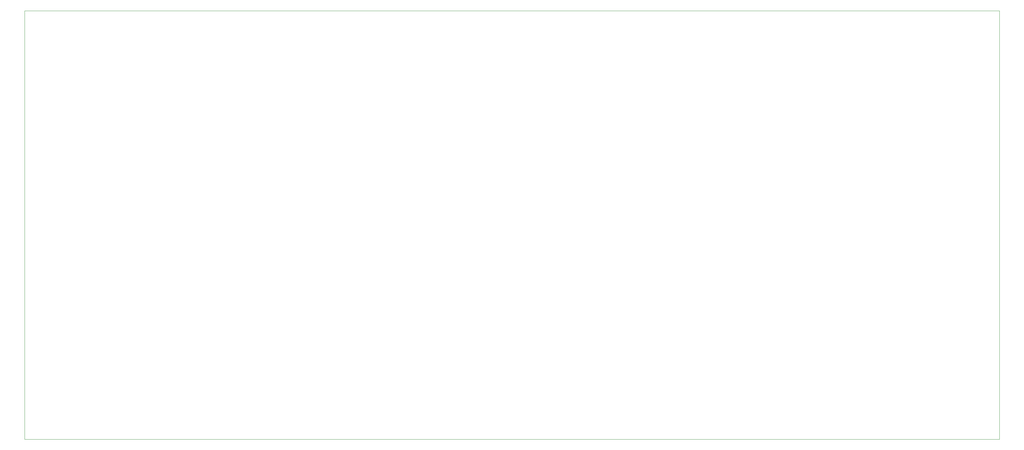
<source format=gm1>
G04 #@! TF.GenerationSoftware,KiCad,Pcbnew,8.0.5*
G04 #@! TF.CreationDate,2024-12-19T18:07:51+01:00*
G04 #@! TF.ProjectId,buck-boost-xp,6275636b-2d62-46f6-9f73-742d78702e6b,rev?*
G04 #@! TF.SameCoordinates,Original*
G04 #@! TF.FileFunction,Profile,NP*
%FSLAX46Y46*%
G04 Gerber Fmt 4.6, Leading zero omitted, Abs format (unit mm)*
G04 Created by KiCad (PCBNEW 8.0.5) date 2024-12-19 18:07:51*
%MOMM*%
%LPD*%
G01*
G04 APERTURE LIST*
G04 #@! TA.AperFunction,Profile*
%ADD10C,0.100000*%
G04 #@! TD*
G04 APERTURE END LIST*
D10*
X12290000Y-44740000D02*
X280790000Y-44740000D01*
X280790000Y-162740000D01*
X12290000Y-162740000D01*
X12290000Y-44740000D01*
M02*

</source>
